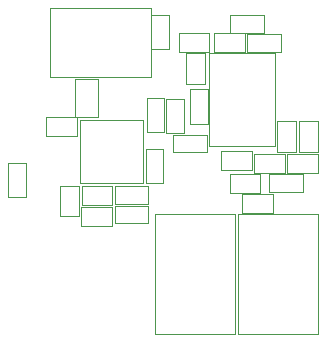
<source format=gbr>
G04 #@! TF.FileFunction,Other,User*
%FSLAX46Y46*%
G04 Gerber Fmt 4.6, Leading zero omitted, Abs format (unit mm)*
G04 Created by KiCad (PCBNEW 4.0.1-2.fc23-product) date Fri 01 Apr 2016 08:54:00 PM CEST*
%MOMM*%
G01*
G04 APERTURE LIST*
%ADD10C,0.100000*%
%ADD11C,0.050000*%
G04 APERTURE END LIST*
D10*
D11*
X162900000Y-88975000D02*
X160000000Y-88975000D01*
X162900000Y-90475000D02*
X160000000Y-90475000D01*
X162900000Y-88975000D02*
X162900000Y-90475000D01*
X160000000Y-88975000D02*
X160000000Y-90475000D01*
X151700000Y-84250000D02*
X151700000Y-87450000D01*
X153700000Y-84250000D02*
X153700000Y-87450000D01*
X151700000Y-84250000D02*
X153700000Y-84250000D01*
X151700000Y-87450000D02*
X153700000Y-87450000D01*
X169500000Y-90600000D02*
X166900000Y-90600000D01*
X169500000Y-92200000D02*
X166900000Y-92200000D01*
X169500000Y-90600000D02*
X169500000Y-92200000D01*
X166900000Y-90600000D02*
X166900000Y-92200000D01*
X166700000Y-90350000D02*
X164100000Y-90350000D01*
X166700000Y-91950000D02*
X164100000Y-91950000D01*
X166700000Y-90350000D02*
X166700000Y-91950000D01*
X164100000Y-90350000D02*
X164100000Y-91950000D01*
X159650000Y-81750000D02*
X159650000Y-78850000D01*
X158150000Y-81750000D02*
X158150000Y-78850000D01*
X159650000Y-81750000D02*
X158150000Y-81750000D01*
X159650000Y-78850000D02*
X158150000Y-78850000D01*
X166250000Y-81950000D02*
X169150000Y-81950000D01*
X166250000Y-80450000D02*
X169150000Y-80450000D01*
X166250000Y-81950000D02*
X166250000Y-80450000D01*
X169150000Y-81950000D02*
X169150000Y-80450000D01*
X164800000Y-80350000D02*
X167700000Y-80350000D01*
X164800000Y-78850000D02*
X167700000Y-78850000D01*
X164800000Y-80350000D02*
X164800000Y-78850000D01*
X167700000Y-80350000D02*
X167700000Y-78850000D01*
X171050000Y-92350000D02*
X168150000Y-92350000D01*
X171050000Y-93850000D02*
X168150000Y-93850000D01*
X171050000Y-92350000D02*
X171050000Y-93850000D01*
X168150000Y-92350000D02*
X168150000Y-93850000D01*
X157700000Y-90200000D02*
X157700000Y-93100000D01*
X159200000Y-90200000D02*
X159200000Y-93100000D01*
X157700000Y-90200000D02*
X159200000Y-90200000D01*
X157700000Y-93100000D02*
X159200000Y-93100000D01*
X157782228Y-85900000D02*
X157782228Y-88800000D01*
X159282228Y-85900000D02*
X159282228Y-88800000D01*
X157782228Y-85900000D02*
X159282228Y-85900000D01*
X157782228Y-88800000D02*
X159282228Y-88800000D01*
X160932228Y-88850000D02*
X160932228Y-85950000D01*
X159432228Y-88850000D02*
X159432228Y-85950000D01*
X160932228Y-88850000D02*
X159432228Y-88850000D01*
X160932228Y-85950000D02*
X159432228Y-85950000D01*
X162975000Y-88050000D02*
X162975000Y-85150000D01*
X161475000Y-88050000D02*
X161475000Y-85150000D01*
X162975000Y-88050000D02*
X161475000Y-88050000D01*
X162975000Y-85150000D02*
X161475000Y-85150000D01*
X170650000Y-87850000D02*
X170650000Y-90450000D01*
X172250000Y-87850000D02*
X172250000Y-90450000D01*
X170650000Y-87850000D02*
X172250000Y-87850000D01*
X170650000Y-90450000D02*
X172250000Y-90450000D01*
X168450000Y-94000000D02*
X165850000Y-94000000D01*
X168450000Y-95600000D02*
X165850000Y-95600000D01*
X168450000Y-94000000D02*
X168450000Y-95600000D01*
X165850000Y-94000000D02*
X165850000Y-95600000D01*
X170450000Y-90450000D02*
X170450000Y-87850000D01*
X168850000Y-90450000D02*
X168850000Y-87850000D01*
X170450000Y-90450000D02*
X168850000Y-90450000D01*
X170450000Y-87850000D02*
X168850000Y-87850000D01*
X152250000Y-96700000D02*
X154850000Y-96700000D01*
X152250000Y-95100000D02*
X154850000Y-95100000D01*
X152250000Y-96700000D02*
X152250000Y-95100000D01*
X154850000Y-96700000D02*
X154850000Y-95100000D01*
X152290000Y-94950000D02*
X154890000Y-94950000D01*
X152290000Y-93350000D02*
X154890000Y-93350000D01*
X152290000Y-94950000D02*
X152290000Y-93350000D01*
X154890000Y-94950000D02*
X154890000Y-93350000D01*
X172300000Y-90600000D02*
X169700000Y-90600000D01*
X172300000Y-92200000D02*
X169700000Y-92200000D01*
X172300000Y-90600000D02*
X172300000Y-92200000D01*
X169700000Y-90600000D02*
X169700000Y-92200000D01*
X166100000Y-80400000D02*
X163500000Y-80400000D01*
X166100000Y-82000000D02*
X163500000Y-82000000D01*
X166100000Y-80400000D02*
X166100000Y-82000000D01*
X163500000Y-80400000D02*
X163500000Y-82000000D01*
X151850000Y-87500000D02*
X149250000Y-87500000D01*
X151850000Y-89100000D02*
X149250000Y-89100000D01*
X151850000Y-87500000D02*
X151850000Y-89100000D01*
X149250000Y-87500000D02*
X149250000Y-89100000D01*
X163082228Y-80400000D02*
X160482228Y-80400000D01*
X163082228Y-82000000D02*
X160482228Y-82000000D01*
X163082228Y-80400000D02*
X163082228Y-82000000D01*
X160482228Y-80400000D02*
X160482228Y-82000000D01*
X162732228Y-84700000D02*
X162732228Y-82100000D01*
X161132228Y-84700000D02*
X161132228Y-82100000D01*
X162732228Y-84700000D02*
X161132228Y-84700000D01*
X162732228Y-82100000D02*
X161132228Y-82100000D01*
X165300000Y-105825000D02*
X158500000Y-105825000D01*
X158500000Y-95725000D02*
X165300000Y-95725000D01*
X165300000Y-95725000D02*
X165300000Y-105825000D01*
X158500000Y-95725000D02*
X158500000Y-105825000D01*
X163067228Y-82040000D02*
X168667228Y-82040000D01*
X163067228Y-89940000D02*
X168667228Y-89940000D01*
X163067228Y-82040000D02*
X163067228Y-89940000D01*
X168667228Y-82040000D02*
X168667228Y-89940000D01*
X152150000Y-87750000D02*
X157450000Y-87750000D01*
X152150000Y-93050000D02*
X157450000Y-93050000D01*
X152150000Y-87750000D02*
X152150000Y-93050000D01*
X157450000Y-87750000D02*
X157450000Y-93050000D01*
X165500000Y-95725000D02*
X172300000Y-95725000D01*
X172300000Y-105825000D02*
X165500000Y-105825000D01*
X165500000Y-105825000D02*
X165500000Y-95725000D01*
X172300000Y-105825000D02*
X172300000Y-95725000D01*
X155100700Y-93350000D02*
X155100700Y-94850000D01*
X155100700Y-94850000D02*
X157900700Y-94850000D01*
X157900700Y-94850000D02*
X157900700Y-93350000D01*
X157900700Y-93350000D02*
X155100700Y-93350000D01*
X155100700Y-95000000D02*
X155100700Y-96500000D01*
X155100700Y-96500000D02*
X157900700Y-96500000D01*
X157900700Y-96500000D02*
X157900700Y-95000000D01*
X157900700Y-95000000D02*
X155100700Y-95000000D01*
X152050000Y-95900000D02*
X152050000Y-93300000D01*
X150450000Y-95900000D02*
X150450000Y-93300000D01*
X152050000Y-95900000D02*
X150450000Y-95900000D01*
X152050000Y-93300000D02*
X150450000Y-93300000D01*
X167400000Y-92300000D02*
X164800000Y-92300000D01*
X167400000Y-93900000D02*
X164800000Y-93900000D01*
X167400000Y-92300000D02*
X167400000Y-93900000D01*
X164800000Y-92300000D02*
X164800000Y-93900000D01*
X147550000Y-94250000D02*
X147550000Y-91350000D01*
X146050000Y-94250000D02*
X146050000Y-91350000D01*
X147550000Y-94250000D02*
X146050000Y-94250000D01*
X147550000Y-91350000D02*
X146050000Y-91350000D01*
X149625000Y-84145000D02*
X158125000Y-84145000D01*
X158125000Y-78245000D02*
X149625000Y-78245000D01*
X158125000Y-78245000D02*
X158125000Y-84145000D01*
X149625000Y-78245000D02*
X149625000Y-84145000D01*
M02*

</source>
